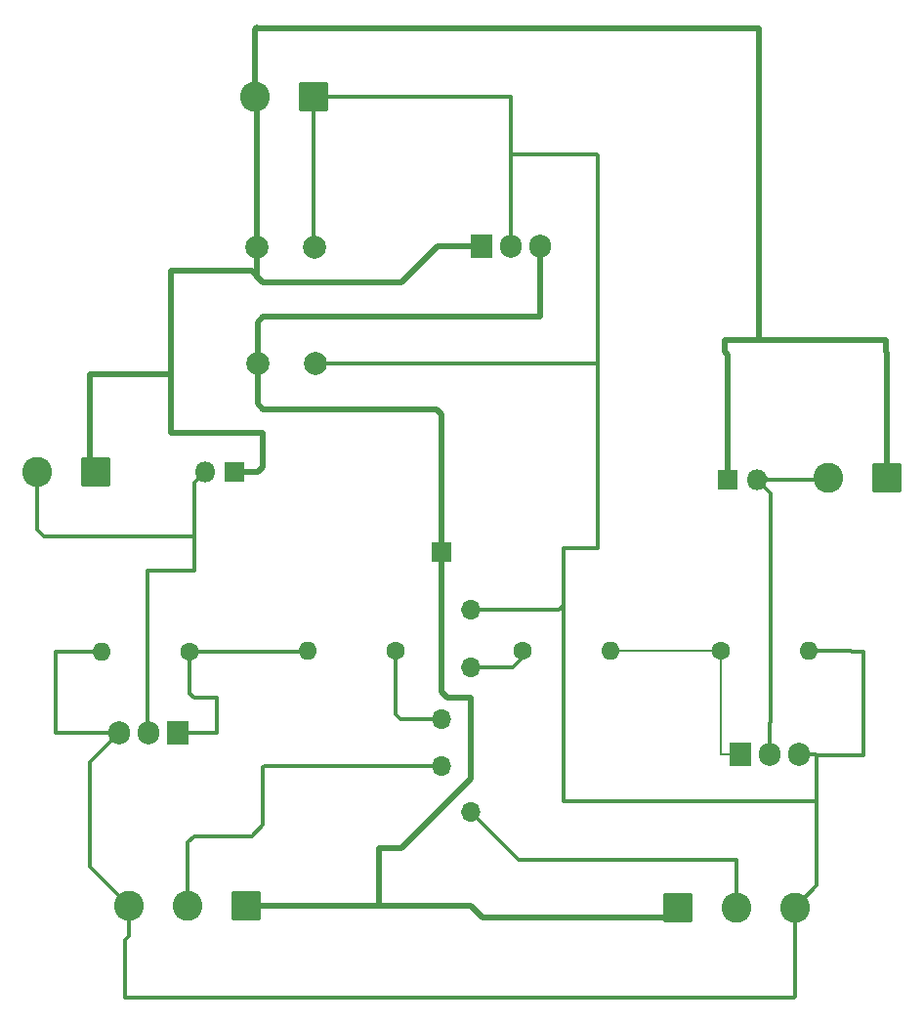
<source format=gbr>
%TF.GenerationSoftware,KiCad,Pcbnew,9.0.0*%
%TF.CreationDate,2025-08-03T16:24:41+07:00*%
%TF.ProjectId,O1_Circuit,4f315f43-6972-4637-9569-742e6b696361,rev?*%
%TF.SameCoordinates,Original*%
%TF.FileFunction,Copper,L1,Top*%
%TF.FilePolarity,Positive*%
%FSLAX46Y46*%
G04 Gerber Fmt 4.6, Leading zero omitted, Abs format (unit mm)*
G04 Created by KiCad (PCBNEW 9.0.0) date 2025-08-03 16:24:41*
%MOMM*%
%LPD*%
G01*
G04 APERTURE LIST*
G04 Aperture macros list*
%AMRoundRect*
0 Rectangle with rounded corners*
0 $1 Rounding radius*
0 $2 $3 $4 $5 $6 $7 $8 $9 X,Y pos of 4 corners*
0 Add a 4 corners polygon primitive as box body*
4,1,4,$2,$3,$4,$5,$6,$7,$8,$9,$2,$3,0*
0 Add four circle primitives for the rounded corners*
1,1,$1+$1,$2,$3*
1,1,$1+$1,$4,$5*
1,1,$1+$1,$6,$7*
1,1,$1+$1,$8,$9*
0 Add four rect primitives between the rounded corners*
20,1,$1+$1,$2,$3,$4,$5,0*
20,1,$1+$1,$4,$5,$6,$7,0*
20,1,$1+$1,$6,$7,$8,$9,0*
20,1,$1+$1,$8,$9,$2,$3,0*%
G04 Aperture macros list end*
%TA.AperFunction,ComponentPad*%
%ADD10RoundRect,0.250000X-1.050000X-1.050000X1.050000X-1.050000X1.050000X1.050000X-1.050000X1.050000X0*%
%TD*%
%TA.AperFunction,ComponentPad*%
%ADD11C,2.600000*%
%TD*%
%TA.AperFunction,ComponentPad*%
%ADD12C,1.600000*%
%TD*%
%TA.AperFunction,ComponentPad*%
%ADD13O,1.600000X1.600000*%
%TD*%
%TA.AperFunction,ComponentPad*%
%ADD14RoundRect,0.250000X1.050000X1.050000X-1.050000X1.050000X-1.050000X-1.050000X1.050000X-1.050000X0*%
%TD*%
%TA.AperFunction,ComponentPad*%
%ADD15R,1.800000X1.800000*%
%TD*%
%TA.AperFunction,ComponentPad*%
%ADD16O,1.800000X1.800000*%
%TD*%
%TA.AperFunction,ComponentPad*%
%ADD17R,1.905000X2.000000*%
%TD*%
%TA.AperFunction,ComponentPad*%
%ADD18O,1.905000X2.000000*%
%TD*%
%TA.AperFunction,ComponentPad*%
%ADD19C,2.000000*%
%TD*%
%TA.AperFunction,ComponentPad*%
%ADD20R,1.700000X1.700000*%
%TD*%
%TA.AperFunction,ComponentPad*%
%ADD21O,1.700000X1.700000*%
%TD*%
%TA.AperFunction,Conductor*%
%ADD22C,0.500000*%
%TD*%
%TA.AperFunction,Conductor*%
%ADD23C,0.300000*%
%TD*%
%TA.AperFunction,Conductor*%
%ADD24C,0.200000*%
%TD*%
G04 APERTURE END LIST*
D10*
%TO.P,J2,1,Pin_1*%
%TO.N,+5V*%
X152915000Y-123167500D03*
D11*
%TO.P,J2,2,Pin_2*%
%TO.N,/PE2*%
X157995000Y-123167500D03*
%TO.P,J2,3,Pin_3*%
%TO.N,GND*%
X163075000Y-123167500D03*
%TD*%
D12*
%TO.P,R4,1*%
%TO.N,Net-(Q1-B)*%
X156650000Y-100920000D03*
D13*
%TO.P,R4,2*%
%TO.N,GND*%
X164270000Y-100920000D03*
%TD*%
D12*
%TO.P,R1,1*%
%TO.N,/PA5*%
X139460000Y-100920000D03*
D13*
%TO.P,R1,2*%
%TO.N,Net-(Q1-B)*%
X147080000Y-100920000D03*
%TD*%
D14*
%TO.P,J1,1,Pin_1*%
%TO.N,GND*%
X121360000Y-52920000D03*
D11*
%TO.P,J1,2,Pin_2*%
%TO.N,+7.5V*%
X116280000Y-52920000D03*
%TD*%
D15*
%TO.P,D1,1,K*%
%TO.N,+7.5V*%
X114474500Y-85460000D03*
D16*
%TO.P,D1,2,A*%
%TO.N,Net-(D1-A)*%
X111934500Y-85460000D03*
%TD*%
D17*
%TO.P,Q1,1,B*%
%TO.N,Net-(Q1-B)*%
X158380000Y-109920000D03*
D18*
%TO.P,Q1,2,C*%
%TO.N,Net-(D2-A)*%
X160920000Y-109920000D03*
%TO.P,Q1,3,E*%
%TO.N,GND*%
X163460000Y-109920000D03*
%TD*%
D19*
%TO.P,C1,1*%
%TO.N,GND*%
X121460000Y-65920000D03*
%TO.P,C1,2*%
%TO.N,+7.5V*%
X116460000Y-65920000D03*
%TD*%
D20*
%TO.P,J4,1,Pin_1*%
%TO.N,+5V*%
X132460000Y-92380000D03*
D21*
%TO.P,J4,2,Pin_2*%
%TO.N,GND*%
X135000000Y-97380000D03*
%TO.P,J4,4,Pin_4*%
%TO.N,/PE2*%
X135000000Y-114880000D03*
%TO.P,J4,5,Pin_5*%
%TO.N,/PE3*%
X132460000Y-110880000D03*
%TO.P,J4,7,Pin_7*%
%TO.N,/PA4*%
X132460000Y-106880000D03*
%TO.P,J4,8,Pin_8*%
%TO.N,/PA5*%
X135000000Y-102380000D03*
%TD*%
D12*
%TO.P,R2,1*%
%TO.N,/PA4*%
X128460000Y-100920000D03*
D13*
%TO.P,R2,2*%
%TO.N,Net-(Q2-B)*%
X120840000Y-100920000D03*
%TD*%
D14*
%TO.P,M1,1,+*%
%TO.N,+7.5V*%
X171080000Y-85920000D03*
D11*
%TO.P,M1,2,-*%
%TO.N,Net-(D2-A)*%
X166000000Y-85920000D03*
%TD*%
D14*
%TO.P,M2,1,+*%
%TO.N,+7.5V*%
X102474500Y-85460000D03*
D11*
%TO.P,M2,2,-*%
%TO.N,Net-(D1-A)*%
X97394500Y-85460000D03*
%TD*%
D17*
%TO.P,Q2,1,B*%
%TO.N,Net-(Q2-B)*%
X109620000Y-108000000D03*
D18*
%TO.P,Q2,2,C*%
%TO.N,Net-(D1-A)*%
X107080000Y-108000000D03*
%TO.P,Q2,3,E*%
%TO.N,GND*%
X104540000Y-108000000D03*
%TD*%
D17*
%TO.P,U3,1,IN*%
%TO.N,+7.5V*%
X135920000Y-65865000D03*
D18*
%TO.P,U3,2,GND*%
%TO.N,GND*%
X138460000Y-65865000D03*
%TO.P,U3,3,OUT*%
%TO.N,+5V*%
X141000000Y-65865000D03*
%TD*%
D14*
%TO.P,J3,1,Pin_1*%
%TO.N,+5V*%
X115540000Y-123000000D03*
D11*
%TO.P,J3,2,Pin_2*%
%TO.N,/PE3*%
X110460000Y-123000000D03*
%TO.P,J3,3,Pin_3*%
%TO.N,GND*%
X105380000Y-123000000D03*
%TD*%
D12*
%TO.P,R3,1*%
%TO.N,Net-(Q2-B)*%
X110620000Y-101000000D03*
D13*
%TO.P,R3,2*%
%TO.N,GND*%
X103000000Y-101000000D03*
%TD*%
D15*
%TO.P,D2,1,K*%
%TO.N,+7.5V*%
X157281000Y-86121000D03*
D16*
%TO.P,D2,2,A*%
%TO.N,Net-(D2-A)*%
X159821000Y-86121000D03*
%TD*%
D19*
%TO.P,C2,1*%
%TO.N,GND*%
X121500000Y-76000000D03*
%TO.P,C2,2*%
%TO.N,+5V*%
X116500000Y-76000000D03*
%TD*%
D22*
%TO.N,+5V*%
X132460000Y-104460000D02*
X132460000Y-92380000D01*
X135000000Y-105000000D02*
X133000000Y-105000000D01*
X133000000Y-105000000D02*
X132460000Y-104460000D01*
X135000000Y-112000000D02*
X135000000Y-105000000D01*
X129000000Y-118000000D02*
X135000000Y-112000000D01*
X127000000Y-118000000D02*
X129000000Y-118000000D01*
X127000000Y-123000000D02*
X127000000Y-118000000D01*
X127000000Y-123000000D02*
X135000000Y-123000000D01*
X152082500Y-124000000D02*
X152915000Y-123167500D01*
X136000000Y-124000000D02*
X152082500Y-124000000D01*
X115540000Y-123000000D02*
X127000000Y-123000000D01*
X135000000Y-123000000D02*
X136000000Y-124000000D01*
D23*
%TO.N,GND*%
X143000000Y-114000000D02*
X165000000Y-114000000D01*
X169000000Y-110000000D02*
X169000000Y-101000000D01*
X121360000Y-65820000D02*
X121460000Y-65920000D01*
X121360000Y-52920000D02*
X121360000Y-65820000D01*
X163075000Y-123167500D02*
X163075000Y-130925000D01*
X138460000Y-57920000D02*
X145920000Y-57920000D01*
X138460000Y-57920000D02*
X138460000Y-65865000D01*
X165000000Y-114000000D02*
X165000000Y-112000000D01*
X163075000Y-130925000D02*
X163000000Y-131000000D01*
X145920000Y-57920000D02*
X146000000Y-58000000D01*
X146000000Y-76000000D02*
X121500000Y-76000000D01*
X163000000Y-131000000D02*
X105000000Y-131000000D01*
X99000000Y-101000000D02*
X99000000Y-108000000D01*
X99000000Y-108000000D02*
X104540000Y-108000000D01*
X143000000Y-97000000D02*
X143000000Y-114000000D01*
X105380000Y-123000000D02*
X102000000Y-119620000D01*
X121360000Y-52920000D02*
X125460000Y-52920000D01*
X142620000Y-97380000D02*
X143000000Y-97000000D01*
X146000000Y-58000000D02*
X146000000Y-76000000D01*
X135000000Y-97380000D02*
X142620000Y-97380000D01*
X102000000Y-110540000D02*
X104540000Y-108000000D01*
X169000000Y-101000000D02*
X168000000Y-101000000D01*
X146000000Y-92000000D02*
X143000000Y-92000000D01*
X105000000Y-131000000D02*
X105000000Y-126000000D01*
X165000000Y-110000000D02*
X169000000Y-110000000D01*
X103000000Y-101000000D02*
X99000000Y-101000000D01*
X165000000Y-110000000D02*
X164920000Y-109920000D01*
X164920000Y-109920000D02*
X163460000Y-109920000D01*
X165000000Y-112000000D02*
X165000000Y-110000000D01*
X168000000Y-101000000D02*
X167920000Y-100920000D01*
X105000000Y-126000000D02*
X105380000Y-125620000D01*
X165000000Y-112000000D02*
X165000000Y-121242500D01*
X105380000Y-125620000D02*
X105380000Y-123000000D01*
X163000000Y-110380000D02*
X163460000Y-109920000D01*
X143000000Y-92000000D02*
X143000000Y-97000000D01*
X138460000Y-52920000D02*
X138460000Y-57920000D01*
X104540000Y-108000000D02*
X104540000Y-107540000D01*
X125460000Y-52920000D02*
X138460000Y-52920000D01*
X102000000Y-119620000D02*
X102000000Y-110540000D01*
X167920000Y-100920000D02*
X164270000Y-100920000D01*
X165000000Y-121242500D02*
X163075000Y-123167500D01*
X146000000Y-76000000D02*
X146000000Y-92000000D01*
D22*
%TO.N,+7.5V*%
X109000000Y-77000000D02*
X102000000Y-77000000D01*
X102000000Y-77000000D02*
X102000000Y-84985500D01*
X116280000Y-52920000D02*
X116280000Y-47100000D01*
X116460000Y-53460000D02*
X116460000Y-65920000D01*
X102934500Y-85460000D02*
X102474500Y-85460000D01*
X129000000Y-69000000D02*
X132135000Y-65865000D01*
X114474500Y-85460000D02*
X114014500Y-85460000D01*
X157281000Y-75281000D02*
X157281000Y-86121000D01*
X135460000Y-66325000D02*
X135920000Y-65865000D01*
X117000000Y-69000000D02*
X129000000Y-69000000D01*
X157000000Y-75000000D02*
X157281000Y-75281000D01*
X171000000Y-75000000D02*
X171080000Y-75080000D01*
X116460000Y-46920000D02*
X116504665Y-46964665D01*
X160000000Y-74000000D02*
X171000000Y-74000000D01*
X109000000Y-82000000D02*
X117000000Y-82000000D01*
X109000000Y-77000000D02*
X109000000Y-82000000D01*
X132135000Y-65865000D02*
X135920000Y-65865000D01*
X160000000Y-74000000D02*
X157000000Y-74000000D01*
X116280000Y-52920000D02*
X116280000Y-53280000D01*
X171000000Y-74000000D02*
X171000000Y-75000000D01*
X102000000Y-84985500D02*
X102474500Y-85460000D01*
X116460000Y-68460000D02*
X116000000Y-68000000D01*
X109000000Y-68000000D02*
X109000000Y-77000000D01*
X157281000Y-86121000D02*
X157339000Y-86121000D01*
X171080000Y-75080000D02*
X171080000Y-85920000D01*
X117000000Y-85000000D02*
X116540000Y-85460000D01*
X116280000Y-53280000D02*
X116460000Y-53460000D01*
X157000000Y-74000000D02*
X157000000Y-75000000D01*
X116280000Y-47100000D02*
X116460000Y-46920000D01*
X116460000Y-65920000D02*
X116460000Y-68460000D01*
X116000000Y-68000000D02*
X109000000Y-68000000D01*
X159964665Y-46964665D02*
X160000000Y-47000000D01*
D24*
X171080000Y-85920000D02*
X171281000Y-86121000D01*
D22*
X116460000Y-68460000D02*
X117000000Y-69000000D01*
X116540000Y-85460000D02*
X114474500Y-85460000D01*
X160000000Y-47000000D02*
X160000000Y-74000000D01*
X116504665Y-46964665D02*
X159964665Y-46964665D01*
X103525500Y-84409000D02*
X102474500Y-85460000D01*
X117000000Y-82000000D02*
X117000000Y-85000000D01*
%TO.N,+5V*%
X116500000Y-72500000D02*
X116500000Y-76000000D01*
X117000000Y-80000000D02*
X132000000Y-80000000D01*
X117000000Y-72000000D02*
X116500000Y-72500000D01*
X141000000Y-72000000D02*
X117000000Y-72000000D01*
X132460000Y-80460000D02*
X132460000Y-92380000D01*
X116500000Y-79500000D02*
X117000000Y-80000000D01*
X116500000Y-76000000D02*
X116500000Y-79500000D01*
X141000000Y-65865000D02*
X141000000Y-72000000D01*
X132000000Y-80000000D02*
X132460000Y-80460000D01*
D23*
%TO.N,Net-(D1-A)*%
X111000000Y-86394500D02*
X111934500Y-85460000D01*
X111000000Y-91000000D02*
X111000000Y-94000000D01*
X97394500Y-85460000D02*
X97394500Y-90394500D01*
X97394500Y-90394500D02*
X98000000Y-91000000D01*
X98000000Y-91000000D02*
X111000000Y-91000000D01*
X111000000Y-91000000D02*
X111000000Y-86394500D01*
X107000000Y-107920000D02*
X107080000Y-108000000D01*
X111000000Y-94000000D02*
X107000000Y-94000000D01*
X107000000Y-94000000D02*
X107000000Y-107920000D01*
%TO.N,Net-(D2-A)*%
X159821000Y-86121000D02*
X165799000Y-86121000D01*
X165799000Y-86121000D02*
X166000000Y-85920000D01*
X161000000Y-107080000D02*
X160920000Y-107160000D01*
X160339000Y-86121000D02*
X160540000Y-85920000D01*
X159821000Y-86121000D02*
X161000000Y-87300000D01*
X161000000Y-87300000D02*
X161000000Y-107080000D01*
X159821000Y-86121000D02*
X160339000Y-86121000D01*
X160920000Y-107160000D02*
X160920000Y-109920000D01*
D24*
%TO.N,Net-(Q1-B)*%
X147080000Y-101300000D02*
X147080000Y-100920000D01*
X156650000Y-100920000D02*
X156650000Y-109920000D01*
X147080000Y-100920000D02*
X156650000Y-100920000D01*
X156650000Y-109920000D02*
X158380000Y-109920000D01*
D23*
%TO.N,Net-(Q2-B)*%
X113000000Y-108000000D02*
X109620000Y-108000000D01*
X111000000Y-105000000D02*
X113000000Y-105000000D01*
X113000000Y-105000000D02*
X113000000Y-108000000D01*
X110620000Y-101000000D02*
X120760000Y-101000000D01*
X110620000Y-101000000D02*
X110620000Y-104620000D01*
X120760000Y-101000000D02*
X120840000Y-100920000D01*
X110620000Y-104620000D02*
X111000000Y-105000000D01*
%TO.N,/PE2*%
X157995000Y-119005000D02*
X157995000Y-123167500D01*
X135000000Y-114880000D02*
X139120000Y-119000000D01*
X139120000Y-119000000D02*
X158000000Y-119000000D01*
X158000000Y-119000000D02*
X157995000Y-119005000D01*
%TO.N,/PE3*%
X116000000Y-117000000D02*
X117000000Y-116000000D01*
X111000000Y-117000000D02*
X116000000Y-117000000D01*
X117120000Y-110880000D02*
X132460000Y-110880000D01*
X110460000Y-117540000D02*
X111000000Y-117000000D01*
X110460000Y-123000000D02*
X110460000Y-117540000D01*
X117000000Y-111000000D02*
X117120000Y-110880000D01*
X117000000Y-116000000D02*
X117000000Y-111000000D01*
%TO.N,/PA5*%
X138620000Y-102380000D02*
X139460000Y-101540000D01*
X139460000Y-101540000D02*
X139460000Y-100920000D01*
X135000000Y-102380000D02*
X138620000Y-102380000D01*
%TO.N,/PA4*%
X132460000Y-106880000D02*
X128880000Y-106880000D01*
X128460000Y-106460000D02*
X128460000Y-100920000D01*
X128880000Y-106880000D02*
X128460000Y-106460000D01*
%TD*%
M02*

</source>
